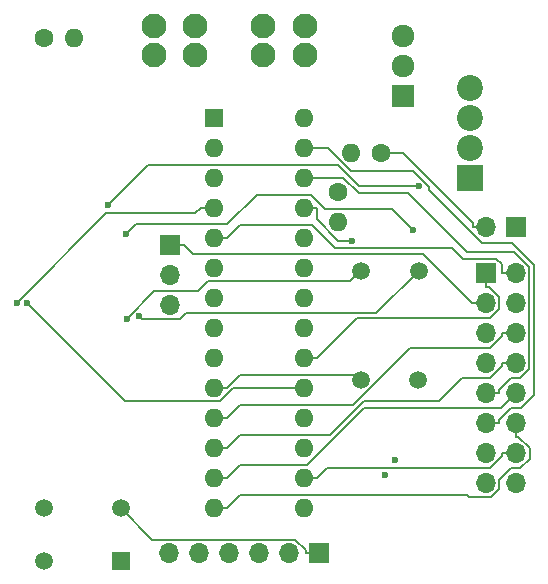
<source format=gbr>
%TF.GenerationSoftware,KiCad,Pcbnew,8.0.1-rc1*%
%TF.CreationDate,2024-04-11T19:34:16-07:00*%
%TF.ProjectId,Automotive Monitoring System CANBus Sensor,4175746f-6d6f-4746-9976-65204d6f6e69,rev?*%
%TF.SameCoordinates,Original*%
%TF.FileFunction,Copper,L3,Inr*%
%TF.FilePolarity,Positive*%
%FSLAX46Y46*%
G04 Gerber Fmt 4.6, Leading zero omitted, Abs format (unit mm)*
G04 Created by KiCad (PCBNEW 8.0.1-rc1) date 2024-04-11 19:34:16*
%MOMM*%
%LPD*%
G01*
G04 APERTURE LIST*
%TA.AperFunction,ComponentPad*%
%ADD10R,1.700000X1.700000*%
%TD*%
%TA.AperFunction,ComponentPad*%
%ADD11O,1.700000X1.700000*%
%TD*%
%TA.AperFunction,ComponentPad*%
%ADD12C,1.600000*%
%TD*%
%TA.AperFunction,ComponentPad*%
%ADD13O,1.600000X1.600000*%
%TD*%
%TA.AperFunction,ComponentPad*%
%ADD14C,2.100000*%
%TD*%
%TA.AperFunction,ComponentPad*%
%ADD15R,2.200000X2.200000*%
%TD*%
%TA.AperFunction,ComponentPad*%
%ADD16C,2.200000*%
%TD*%
%TA.AperFunction,ComponentPad*%
%ADD17R,1.920000X1.920000*%
%TD*%
%TA.AperFunction,ComponentPad*%
%ADD18C,1.920000*%
%TD*%
%TA.AperFunction,ComponentPad*%
%ADD19C,1.500000*%
%TD*%
%TA.AperFunction,ComponentPad*%
%ADD20R,1.500000X1.500000*%
%TD*%
%TA.AperFunction,ComponentPad*%
%ADD21R,1.600000X1.600000*%
%TD*%
%TA.AperFunction,ViaPad*%
%ADD22C,0.600000*%
%TD*%
%TA.AperFunction,Conductor*%
%ADD23C,0.200000*%
%TD*%
G04 APERTURE END LIST*
D10*
%TO.N,+5V*%
%TO.C,J6*%
X145670700Y-73750200D03*
D11*
%TO.N,/BareMinAtmel328P/PD3-D3*%
X148210700Y-73750200D03*
%TO.N,+VDC*%
X145670700Y-76290200D03*
%TO.N,/BareMinAtmel328P/PD4-D4*%
X148210700Y-76290200D03*
%TO.N,/BareMinAtmel328P/PC1-A1*%
X145670700Y-78830200D03*
%TO.N,/BareMinAtmel328P/PD5-D5*%
X148210700Y-78830200D03*
%TO.N,/BareMinAtmel328P/PC2-A2*%
X145670700Y-81370200D03*
%TO.N,/BareMinAtmel328P/PD6-D6*%
X148210700Y-81370200D03*
%TO.N,/BareMinAtmel328P/PC3-A3*%
X145670700Y-83910200D03*
%TO.N,/BareMinAtmel328P/PD7-D7*%
X148210700Y-83910200D03*
%TO.N,/BareMinAtmel328P/PC4-A4-SDA*%
X145670700Y-86450200D03*
%TO.N,/BareMinAtmel328P/PB0-D8*%
X148210700Y-86450200D03*
%TO.N,/BareMinAtmel328P/PC5-A5-SCL*%
X145670700Y-88990200D03*
%TO.N,/BareMinAtmel328P/PB2-D10-SS*%
X148210700Y-88990200D03*
%TO.N,GND*%
X145670700Y-91530200D03*
X148210700Y-91530200D03*
%TD*%
D12*
%TO.N,Net-(U3-Rs)*%
%TO.C,R4*%
X133212700Y-66876100D03*
D13*
%TO.N,GND*%
X133212700Y-69416100D03*
%TD*%
D12*
%TO.N,/BareMinAtmel328P/PC0-A0*%
%TO.C,NTC1*%
X108245700Y-53800500D03*
D13*
%TO.N,+5V*%
X110785700Y-53800500D03*
%TD*%
D12*
%TO.N,Net-(J4-Pin_2)*%
%TO.C,R6*%
X136841000Y-63583500D03*
D13*
%TO.N,CANBUS_L*%
X134301000Y-63583500D03*
%TD*%
D10*
%TO.N,+VDC*%
%TO.C,Powerboard1*%
X118946900Y-71348200D03*
D11*
%TO.N,+5V*%
X118946900Y-73888200D03*
%TO.N,GND*%
X118946900Y-76428200D03*
%TD*%
D10*
%TO.N,CANBUS_H*%
%TO.C,J4*%
X148277500Y-69805300D03*
D11*
%TO.N,Net-(J4-Pin_2)*%
X145737500Y-69805300D03*
%TD*%
D14*
%TO.N,+VDC*%
%TO.C,U2*%
X117554300Y-55290900D03*
X121054300Y-55290900D03*
%TO.N,Net-(Q1-Pad3)*%
X126854300Y-55290900D03*
X130354300Y-55290900D03*
X130354300Y-52790900D03*
X126854300Y-52790900D03*
%TO.N,+VDC*%
X121054300Y-52790900D03*
X117554300Y-52790900D03*
%TD*%
D15*
%TO.N,Net-(J5-Pin_1)*%
%TO.C,J5*%
X144337900Y-65725000D03*
D16*
%TO.N,GND*%
X144337900Y-63185000D03*
%TO.N,CANBUS_H*%
X144337900Y-60645000D03*
%TO.N,CANBUS_L*%
X144337900Y-58105000D03*
%TD*%
D17*
%TO.N,Net-(Q1-Pad1)*%
%TO.C,Q1*%
X138691700Y-58745000D03*
D18*
%TO.N,Net-(J5-Pin_1)*%
X138691700Y-56205000D03*
%TO.N,Net-(Q1-Pad3)*%
X138691700Y-53665000D03*
%TD*%
D10*
%TO.N,GND*%
%TO.C,J2*%
X131583000Y-97472600D03*
D11*
%TO.N,unconnected-(J2-Pin_2-Pad2)*%
X129043000Y-97472600D03*
%TO.N,+5V*%
X126503000Y-97472600D03*
%TO.N,/BareMinAtmel328P/PD0-RX*%
X123963000Y-97472600D03*
%TO.N,/BareMinAtmel328P/PD1-TX*%
X121423000Y-97472600D03*
%TO.N,Net-(J2-Pin_6)*%
X118883000Y-97472600D03*
%TD*%
D19*
%TO.N,Net-(U4-OSC1)*%
%TO.C,Y2*%
X135124800Y-73536500D03*
%TO.N,Net-(U4-OSC2)*%
X140004800Y-73536500D03*
%TD*%
D20*
%TO.N,/BareMinAtmel328P/RESET*%
%TO.C,Reset1*%
X114764200Y-98131600D03*
D19*
%TO.N,unconnected-(Reset1-NO_2-Pad2)*%
X108264200Y-98131600D03*
%TO.N,GND*%
X114764200Y-93631600D03*
%TO.N,unconnected-(Reset1-COM_2-Pad4)*%
X108264200Y-93631600D03*
%TD*%
%TO.N,Net-(U1-XTAL2{slash}PB7)*%
%TO.C,Y1*%
X135099900Y-82790900D03*
%TO.N,Net-(U1-XTAL1{slash}PB6)*%
X139979900Y-82790900D03*
%TD*%
D21*
%TO.N,/BareMinAtmel328P/RESET*%
%TO.C,U1*%
X122659400Y-60606700D03*
D13*
%TO.N,/BareMinAtmel328P/PD0-RX*%
X122659400Y-63146700D03*
%TO.N,/BareMinAtmel328P/PD1-TX*%
X122659400Y-65686700D03*
%TO.N,/BareMinAtmel328P/PD2-D2*%
X122659400Y-68226700D03*
%TO.N,/BareMinAtmel328P/PD3-D3*%
X122659400Y-70766700D03*
%TO.N,/BareMinAtmel328P/PD4-D4*%
X122659400Y-73306700D03*
%TO.N,+5V*%
X122659400Y-75846700D03*
%TO.N,GND*%
X122659400Y-78386700D03*
%TO.N,Net-(U1-XTAL1{slash}PB6)*%
X122659400Y-80926700D03*
%TO.N,Net-(U1-XTAL2{slash}PB7)*%
X122659400Y-83466700D03*
%TO.N,/BareMinAtmel328P/PD5-D5*%
X122659400Y-86006700D03*
%TO.N,/BareMinAtmel328P/PD6-D6*%
X122659400Y-88546700D03*
%TO.N,/BareMinAtmel328P/PD7-D7*%
X122659400Y-91086700D03*
%TO.N,/BareMinAtmel328P/PB0-D8*%
X122659400Y-93626700D03*
%TO.N,/BareMinAtmel328P/PB1-D9*%
X130279400Y-93626700D03*
%TO.N,/BareMinAtmel328P/PB2-D10-SS*%
X130279400Y-91086700D03*
%TO.N,/BareMinAtmel328P/PB3-D11-MOSI*%
X130279400Y-88546700D03*
%TO.N,/BareMinAtmel328P/PB4-D12-MISO*%
X130279400Y-86006700D03*
%TO.N,/BareMinAtmel328P/PB5-D13-SCK*%
X130279400Y-83466700D03*
%TO.N,+5V*%
X130279400Y-80926700D03*
%TO.N,/BareMinAtmel328P/AREF*%
X130279400Y-78386700D03*
%TO.N,GND*%
X130279400Y-75846700D03*
%TO.N,/BareMinAtmel328P/PC0-A0*%
X130279400Y-73306700D03*
%TO.N,/BareMinAtmel328P/PC1-A1*%
X130279400Y-70766700D03*
%TO.N,/BareMinAtmel328P/PC2-A2*%
X130279400Y-68226700D03*
%TO.N,/BareMinAtmel328P/PC3-A3*%
X130279400Y-65686700D03*
%TO.N,/BareMinAtmel328P/PC4-A4-SDA*%
X130279400Y-63146700D03*
%TO.N,/BareMinAtmel328P/PC5-A5-SCL*%
X130279400Y-60606700D03*
%TD*%
D22*
%TO.N,/BareMinAtmel328P/RESET*%
X137149000Y-90817500D03*
%TO.N,+5V*%
X138034000Y-89602800D03*
%TO.N,Net-(U4-OSC2)*%
X116364300Y-77393900D03*
%TO.N,Net-(U4-OSC1)*%
X115277900Y-77595800D03*
%TO.N,/BareMinAtmel328P/PB5-D13-SCK*%
X106837800Y-76301600D03*
%TO.N,/BareMinAtmel328P/PC2-A2*%
X134341100Y-70994700D03*
%TO.N,/BareMinAtmel328P/PD2-D2*%
X105963600Y-76290800D03*
%TO.N,/CANBUS-MCP2515/RXtoCANTC*%
X115246500Y-70431100D03*
X139554400Y-70107600D03*
%TO.N,/CANBUS-MCP2515/TXtoCANTC*%
X113704600Y-67937600D03*
X140015700Y-66392500D03*
%TD*%
D23*
%TO.N,GND*%
X117455100Y-96322500D02*
X114764200Y-93631600D01*
X130432900Y-97472600D02*
X130432900Y-97185000D01*
X129570400Y-96322500D02*
X117455100Y-96322500D01*
X131583000Y-97472600D02*
X130432900Y-97472600D01*
X130432900Y-97185000D02*
X129570400Y-96322500D01*
%TO.N,Net-(U1-XTAL2{slash}PB7)*%
X122659400Y-83466700D02*
X123759500Y-83466700D01*
X124863600Y-82362600D02*
X134671600Y-82362600D01*
X123759500Y-83466700D02*
X124863600Y-82362600D01*
%TO.N,+5V*%
X146056200Y-77560200D02*
X146820800Y-76795600D01*
X130279400Y-80926700D02*
X131379500Y-80926700D01*
X145670700Y-73750200D02*
X145670700Y-74900300D01*
X146820800Y-76795600D02*
X146820800Y-75762800D01*
X145958300Y-74900300D02*
X145670700Y-74900300D01*
X134746000Y-77560200D02*
X146056200Y-77560200D01*
X146820800Y-75762800D02*
X145958300Y-74900300D01*
X131379500Y-80926700D02*
X134746000Y-77560200D01*
%TO.N,Net-(U4-OSC2)*%
X116563800Y-77593400D02*
X116364300Y-77393900D01*
X120266900Y-77116700D02*
X119790200Y-77593400D01*
X140004800Y-73536500D02*
X136424600Y-77116700D01*
X136424600Y-77116700D02*
X120266900Y-77116700D01*
X119790200Y-77593400D02*
X116563800Y-77593400D01*
%TO.N,Net-(U4-OSC1)*%
X121328200Y-75269400D02*
X117604300Y-75269400D01*
X135124800Y-73536500D02*
X134226200Y-74435100D01*
X134226200Y-74435100D02*
X122162500Y-74435100D01*
X122162500Y-74435100D02*
X121328200Y-75269400D01*
X117604300Y-75269400D02*
X115277900Y-77595800D01*
%TO.N,/BareMinAtmel328P/PB5-D13-SCK*%
X115135500Y-84599300D02*
X106837800Y-76301600D01*
X123192800Y-84599300D02*
X115135500Y-84599300D01*
X130279400Y-83466700D02*
X124325400Y-83466700D01*
X124325400Y-83466700D02*
X123192800Y-84599300D01*
%TO.N,Net-(J4-Pin_2)*%
X144587400Y-69524900D02*
X144587400Y-69805300D01*
X145737500Y-69805300D02*
X144587400Y-69805300D01*
X136841000Y-63583500D02*
X138646000Y-63583500D01*
X138646000Y-63583500D02*
X144587400Y-69524900D01*
%TO.N,+VDC*%
X120900500Y-72151700D02*
X140382100Y-72151700D01*
X145670700Y-76290200D02*
X144520600Y-76290200D01*
X118946900Y-71348200D02*
X120097000Y-71348200D01*
X140382100Y-72151700D02*
X144520600Y-76290200D01*
X120097000Y-71348200D02*
X120900500Y-72151700D01*
%TO.N,/BareMinAtmel328P/PC2-A2*%
X130279400Y-68226700D02*
X131379500Y-68226700D01*
X131379500Y-68226700D02*
X131379500Y-69189300D01*
X133184900Y-70994700D02*
X134341100Y-70994700D01*
X131379500Y-69189300D02*
X133184900Y-70994700D01*
%TO.N,/BareMinAtmel328P/PB0-D8*%
X147816500Y-90260200D02*
X148626500Y-90260200D01*
X146135500Y-92704300D02*
X146820900Y-92018900D01*
X146820900Y-92018900D02*
X146820900Y-91255800D01*
X144087000Y-92518500D02*
X144272800Y-92704300D01*
X148210700Y-86450200D02*
X148210700Y-87600300D01*
X144272800Y-92704300D02*
X146135500Y-92704300D01*
X123759500Y-93626700D02*
X124867700Y-92518500D01*
X148626500Y-90260200D02*
X149417900Y-89468800D01*
X149417900Y-88569200D02*
X148449000Y-87600300D01*
X149417900Y-89468800D02*
X149417900Y-88569200D01*
X122659400Y-93626700D02*
X123759500Y-93626700D01*
X148449000Y-87600300D02*
X148210700Y-87600300D01*
X146820900Y-91255800D02*
X147816500Y-90260200D01*
X124867700Y-92518500D02*
X144087000Y-92518500D01*
%TO.N,/BareMinAtmel328P/PC4-A4-SDA*%
X140918900Y-66724500D02*
X140918900Y-66444200D01*
X140918900Y-66444200D02*
X139558400Y-65083700D01*
X147852500Y-85180200D02*
X148644600Y-85180200D01*
X147873500Y-71169200D02*
X145363600Y-71169200D01*
X132308400Y-63146700D02*
X130279400Y-63146700D01*
X149773100Y-73068800D02*
X147873500Y-71169200D01*
X149773100Y-84051700D02*
X149773100Y-73068800D01*
X145670700Y-86450200D02*
X146820800Y-86450200D01*
X146820800Y-86211900D02*
X147852500Y-85180200D01*
X146820800Y-86450200D02*
X146820800Y-86211900D01*
X145363600Y-71169200D02*
X140918900Y-66724500D01*
X148644600Y-85180200D02*
X149773100Y-84051700D01*
X139558400Y-65083700D02*
X134245400Y-65083700D01*
X134245400Y-65083700D02*
X132308400Y-63146700D01*
%TO.N,/BareMinAtmel328P/PD7-D7*%
X124859600Y-89986600D02*
X130558900Y-89986600D01*
X135365300Y-85180200D02*
X146940700Y-85180200D01*
X146940700Y-85180200D02*
X148210700Y-83910200D01*
X122659400Y-91086700D02*
X123759500Y-91086700D01*
X123759500Y-91086700D02*
X124859600Y-89986600D01*
X130558900Y-89986600D02*
X135365300Y-85180200D01*
%TO.N,/BareMinAtmel328P/PD6-D6*%
X148210700Y-81370200D02*
X147060600Y-81370200D01*
X123759500Y-88546700D02*
X124859600Y-87446600D01*
X146028900Y-82640200D02*
X147060600Y-81608500D01*
X124859600Y-87446600D02*
X132533000Y-87446600D01*
X141712000Y-84592000D02*
X143663800Y-82640200D01*
X143663800Y-82640200D02*
X146028900Y-82640200D01*
X147060600Y-81608500D02*
X147060600Y-81370200D01*
X122659400Y-88546700D02*
X123759500Y-88546700D01*
X132533000Y-87446600D02*
X135387600Y-84592000D01*
X135387600Y-84592000D02*
X141712000Y-84592000D01*
%TO.N,/BareMinAtmel328P/PB2-D10-SS*%
X130279400Y-91086700D02*
X131379500Y-91086700D01*
X148210700Y-88990200D02*
X147060600Y-88990200D01*
X146071700Y-90217400D02*
X132248800Y-90217400D01*
X132248800Y-90217400D02*
X131379500Y-91086700D01*
X147060600Y-88990200D02*
X147060600Y-89228500D01*
X147060600Y-89228500D02*
X146071700Y-90217400D01*
%TO.N,/BareMinAtmel328P/PD3-D3*%
X122659400Y-70766700D02*
X123759500Y-70766700D01*
X146564100Y-72511000D02*
X147060600Y-73007500D01*
X147060600Y-73007500D02*
X147060600Y-73750200D01*
X132935900Y-71594800D02*
X142854200Y-71594800D01*
X124902700Y-69623500D02*
X130964600Y-69623500D01*
X148210700Y-73750200D02*
X147060600Y-73750200D01*
X142854200Y-71594800D02*
X143770400Y-72511000D01*
X130964600Y-69623500D02*
X132935900Y-71594800D01*
X143770400Y-72511000D02*
X146564100Y-72511000D01*
X123759500Y-70766700D02*
X124902700Y-69623500D01*
%TO.N,/BareMinAtmel328P/PD5-D5*%
X148210700Y-78830200D02*
X147060600Y-78830200D01*
X146028900Y-80100200D02*
X147060600Y-79068500D01*
X139275800Y-80100200D02*
X146028900Y-80100200D01*
X122659400Y-86006700D02*
X123759500Y-86006700D01*
X147060600Y-79068500D02*
X147060600Y-78830200D01*
X123759500Y-86006700D02*
X124859600Y-84906600D01*
X134469400Y-84906600D02*
X139275800Y-80100200D01*
X124859600Y-84906600D02*
X134469400Y-84906600D01*
%TO.N,/BareMinAtmel328P/PC3-A3*%
X133639100Y-65686700D02*
X134945100Y-66992700D01*
X139127900Y-66992700D02*
X144104600Y-71969400D01*
X149372900Y-73234500D02*
X149372900Y-81842400D01*
X147852500Y-82640200D02*
X146820800Y-83671900D01*
X134945100Y-66992700D02*
X139127900Y-66992700D01*
X144104600Y-71969400D02*
X148107800Y-71969400D01*
X130279400Y-65686700D02*
X133639100Y-65686700D01*
X146820800Y-83671900D02*
X146820800Y-83910200D01*
X145670700Y-83910200D02*
X146820800Y-83910200D01*
X148107800Y-71969400D02*
X149372900Y-73234500D01*
X148575100Y-82640200D02*
X147852500Y-82640200D01*
X149372900Y-81842400D02*
X148575100Y-82640200D01*
%TO.N,/BareMinAtmel328P/PD2-D2*%
X113571900Y-68682500D02*
X105963600Y-76290800D01*
X122659400Y-68226700D02*
X121559300Y-68226700D01*
X121559300Y-68226700D02*
X121103500Y-68682500D01*
X121103500Y-68682500D02*
X113571900Y-68682500D01*
%TO.N,/CANBUS-MCP2515/RXtoCANTC*%
X132105000Y-68316000D02*
X137762800Y-68316000D01*
X115246500Y-70431100D02*
X116084300Y-69593300D01*
X123808300Y-69593300D02*
X126286300Y-67115300D01*
X137762800Y-68316000D02*
X139554400Y-70107600D01*
X126286300Y-67115300D02*
X130904300Y-67115300D01*
X130904300Y-67115300D02*
X132105000Y-68316000D01*
X116084300Y-69593300D02*
X123808300Y-69593300D01*
%TO.N,/CANBUS-MCP2515/TXtoCANTC*%
X113704600Y-67937600D02*
X117078400Y-64563800D01*
X133159600Y-64563800D02*
X134988300Y-66392500D01*
X117078400Y-64563800D02*
X133159600Y-64563800D01*
X134988300Y-66392500D02*
X140015700Y-66392500D01*
%TD*%
M02*

</source>
